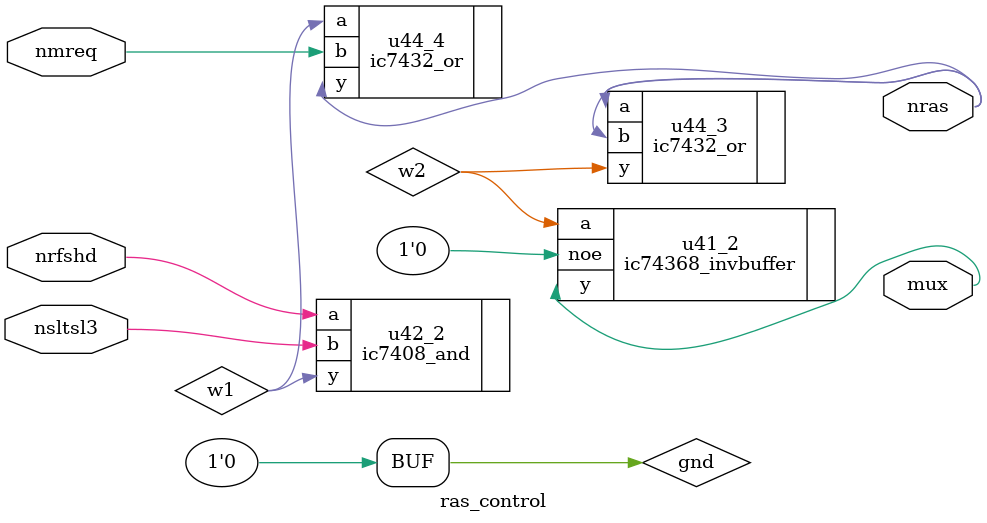
<source format=v>
`include "74xx/7408.v"
`include "74xx/7432.v"
`include "74xx/74368.v"

`timescale 1ns/1ps

module ras_control (input wire nmreq, nrfshd, nsltsl3, output wire nras, mux);
    wire w1, w2;
    supply0 gnd;

    ic7408_and          u42_2(.a(nrfshd), .b(nsltsl3), .y(w1));
    ic7432_or           u44_4(.a(w1), .b(nmreq), .y(nras));
    ic7432_or           u44_3(.a(nras), .b(nras), .y(w2));
    ic74368_invbuffer   u41_2(.noe(gnd), .a(w2), .y(mux));
endmodule

</source>
